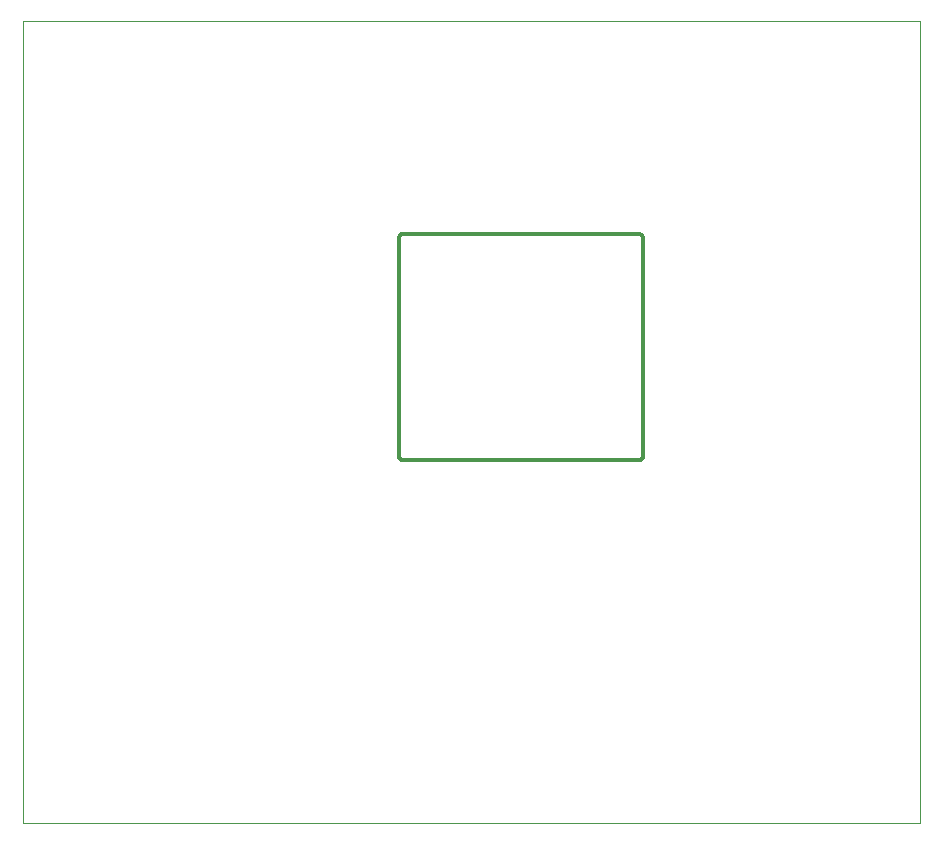
<source format=gko>
%FSTAX23Y23*%
%MOIN*%
%SFA1B1*%

%IPPOS*%
%ADD11C,0.011810*%
%ADD61C,0.003940*%
%LNmod_duo_x_g3399-1*%
%LPD*%
G54D11*
X-00038Y01315D02*
D01*
X-00039Y01315*
X-0004Y01315*
X-00041Y01315*
X-00042Y01315*
X-00043Y01315*
X-00044Y01314*
X-00045Y01314*
X-00046Y01313*
X-00047Y01313*
X-00048Y01312*
X-00049Y01311*
X-00049Y0131*
X-0005Y0131*
X-00051Y01309*
X-00051Y01308*
X-00052Y01307*
X-00052Y01306*
X-00053Y01305*
X-00053Y01304*
X-00053Y01303*
X-00053Y01302*
X-00053Y01301*
X-00053Y013*
X0076Y013D02*
D01*
X0076Y01301*
X0076Y01303*
X0076Y01304*
X0076Y01305*
X00759Y01306*
X00759Y01307*
X00759Y01307*
X00758Y01308*
X00757Y01309*
X00757Y0131*
X00756Y01311*
X00755Y01312*
X00755Y01312*
X00754Y01313*
X00753Y01313*
X00752Y01314*
X00751Y01314*
X0075Y01315*
X00749Y01315*
X00748Y01315*
X00747Y01315*
X00746Y01315*
X00745Y01315*
X-00053Y00576D02*
D01*
X-00053Y00575*
X-00053Y00574*
X-00053Y00573*
X-00053Y00572*
X-00052Y00571*
X-00052Y0057*
X-00052Y00569*
X-00051Y00568*
X-0005Y00567*
X-0005Y00566*
X-00049Y00566*
X-00048Y00565*
X-00048Y00564*
X-00047Y00563*
X-00046Y00563*
X-00045Y00562*
X-00044Y00562*
X-00043Y00562*
X-00042Y00561*
X-00041Y00561*
X-0004Y00561*
X-00039Y00561*
X-00038Y00561*
X00745Y00561D02*
D01*
X00746Y00561*
X00747Y00561*
X00748Y00561*
X00749Y00561*
X0075Y00562*
X00751Y00562*
X00752Y00563*
X00753Y00563*
X00754Y00564*
X00755Y00564*
X00756Y00565*
X00756Y00566*
X00757Y00567*
X00758Y00568*
X00758Y00568*
X00759Y00569*
X00759Y0057*
X0076Y00571*
X0076Y00572*
X0076Y00573*
X0076Y00574*
X0076Y00575*
X0076Y00576*
Y00576D02*
X0076Y013D01*
X-00053Y00576D02*
X-00053Y013D01*
X-00038Y00561D02*
X00745Y00561D01*
X-00038Y01315D02*
X00745Y01315D01*
G54D61*
X01685Y-00649D02*
Y02027D01*
X-01306D02*
X01685D01*
X-01306Y-00649D02*
Y02027D01*
Y-00649D02*
X01685D01*
M02*
</source>
